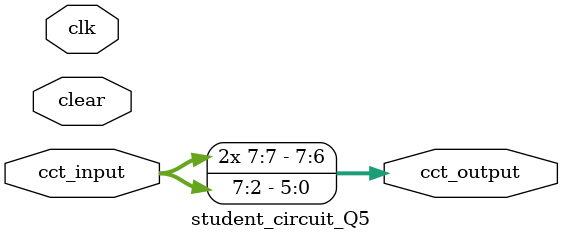
<source format=v>
module student_circuit_Q5 (
          input clk, clear,
          input [7:0] cct_input,
          output reg [7:0] cct_output
			 );

always @ *
begin
cct_output = {cct_input >> 2};
cct_output[7:6] = {cct_input[7],cct_input[7]}; 
end

endmodule

</source>
